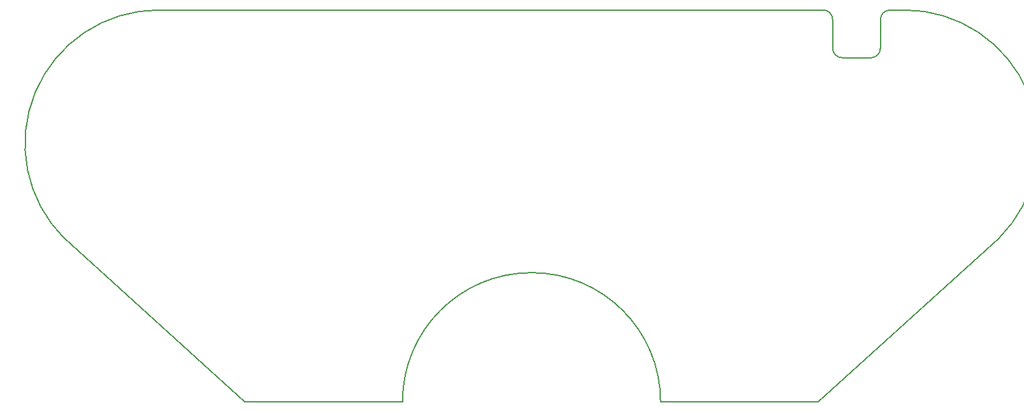
<source format=gm1>
G04 #@! TF.FileFunction,Profile,NP*
%FSLAX46Y46*%
G04 Gerber Fmt 4.6, Leading zero omitted, Abs format (unit mm)*
G04 Created by KiCad (PCBNEW 4.0.1-3.201512221401+6198~38~ubuntu15.10.1-stable) date Mon Feb 15 20:14:59 2016*
%MOMM*%
G01*
G04 APERTURE LIST*
%ADD10C,0.101600*%
%ADD11C,0.152400*%
G04 APERTURE END LIST*
D10*
D11*
X139700000Y-22860000D02*
X141605000Y-22860000D01*
X139700000Y-22860000D02*
G75*
G03X138430000Y-24130000I0J-1270000D01*
G01*
X132080000Y-24130000D02*
G75*
G03X130810000Y-22860000I-1270000J0D01*
G01*
X137160000Y-29210000D02*
G75*
G03X138430000Y-27940000I0J1270000D01*
G01*
X132080000Y-27940000D02*
G75*
G03X133350000Y-29210000I1270000J0D01*
G01*
X133350000Y-29210000D02*
X137160000Y-29210000D01*
X138430000Y-27940000D02*
X138430000Y-24130000D01*
X132080000Y-24130000D02*
X132080000Y-27940000D01*
X109220000Y-74930000D02*
X130175000Y-74930000D01*
X74930000Y-74930000D02*
X53975000Y-74930000D01*
X109220000Y-74930000D02*
G75*
G03X92075000Y-57785000I-17145000J0D01*
G01*
X92075000Y-57785000D02*
G75*
G03X74930000Y-74930000I0J-17145000D01*
G01*
X53975000Y-74930000D02*
X29972000Y-53213000D01*
X29972641Y-53212359D02*
G75*
G02X42545000Y-22860000I12572359J12572359D01*
G01*
X42545000Y-22860000D02*
X130810000Y-22860000D01*
X130175000Y-74930000D02*
X154178000Y-53213000D01*
X154177359Y-53212359D02*
G75*
G03X141605000Y-22860000I-12572359J12572359D01*
G01*
M02*

</source>
